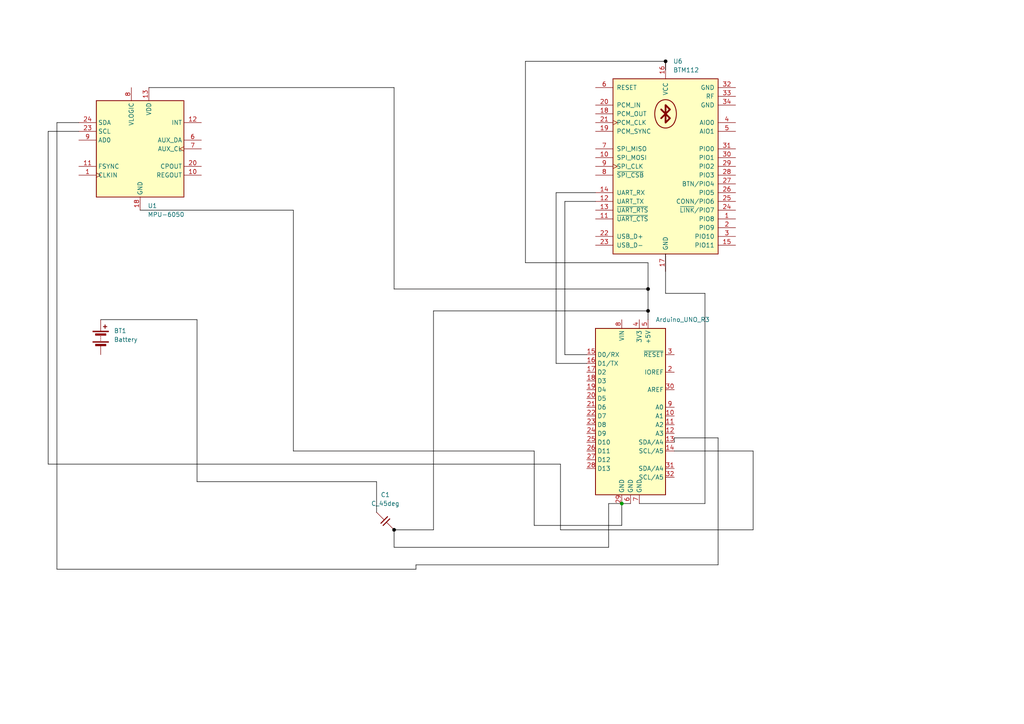
<source format=kicad_sch>
(kicad_sch (version 20231120) (generator "eeschema") (generator_version "8.0")
  (paper "A4")
  (title_block (date "2024-10-17"))
  (lib_symbols
    (symbol "Device:Battery" (pin_numbers hide) (pin_names (offset 0) hide)
      (property "Reference" "BT" (at 2.54 2.54 0))
      (property "Value" "Battery" (at 2.54 0 0))
      (symbol "Battery_0_1"
        (rectangle (start -2.286 -1.27) (end 2.286 -1.524) (fill (type outline)))
        (rectangle (start -2.286 1.778) (end 2.286 1.524) (fill (type outline)))
        (rectangle (start -1.524 -2.032) (end 1.524 -2.54) (fill (type outline)))
        (rectangle (start -1.524 1.016) (end 1.524 0.508) (fill (type outline)))
        (polyline (pts (xy 0 -1.016) (xy 0 -0.762)))
        (polyline (pts (xy 0 -0.508) (xy 0 -0.254)))
        (polyline (pts (xy 0 0) (xy 0 0.254)))
        (polyline (pts (xy 0 1.778) (xy 0 2.54)))
        (polyline (pts (xy 0.762 3.048) (xy 1.778 3.048)) (stroke (width 0.254)))
        (polyline (pts (xy 1.27 3.556) (xy 1.27 2.54)) (stroke (width 0.254)))
      )
      (symbol "Battery_1_1"
        (pin passive line (at 0 5.08 270) (length 2.54) (name "+") (number "1"))
        (pin passive line (at 0 -5.08 90) (length 2.54) (name "-") (number "2"))
      )
    )
    (symbol "Device:C_45deg" (pin_numbers hide) (pin_names (offset 0))
      (property "Reference" "C" (at 3.81 2.54 0))
      (property "Value" "C_45deg" (at 6.35 0 0))
      (symbol "C_45deg_0_1"
        (polyline (pts (xy -2.54 2.54) (xy -0.381 0.381)))
        (polyline (pts (xy 2.54 -2.54) (xy 0.381 -0.381)))
      )
      (symbol "C_45deg_1_1"
        (polyline (pts (xy 0.635 1.27) (xy -1.27 -0.635)) (stroke (width 0.3048)))
        (polyline (pts (xy 1.27 0.635) (xy -0.635 -1.27)) (stroke (width 0.3048)))
        (pin passive line (at 2.54 -2.54 180) (length 0) (name "~") (number "1"))
        (pin passive line (at -2.54 2.54 0) (length 0) (name "~") (number "2"))
      )
    )
    (symbol "MCU_Module:Arduino_UNO_R3"
      (property "Reference" "A" (at -10.16 23.495 0))
      (property "Value" "Arduino_UNO_R3" (at 5.08 -26.67 0))
      (symbol "Arduino_UNO_R3_0_1"
        (rectangle (start -10.16 22.86) (end 10.16 -25.4) (stroke (width 0.254)) (fill (type background)))
      )
      (symbol "Arduino_UNO_R3_1_1"
        (pin no_connect line (at -10.16 -20.32 0) (length 2.54) hide (name "NC") (number "1"))
        (pin bidirectional line (at 12.7 -2.54 180) (length 2.54) (name "A1") (number "10"))
        (pin bidirectional line (at 12.7 -5.08 180) (length 2.54) (name "A2") (number "11"))
        (pin bidirectional line (at 12.7 -7.62 180) (length 2.54) (name "A3") (number "12"))
        (pin bidirectional line (at 12.7 -10.16 180) (length 2.54) (name "SDA/A4") (number "13"))
        (pin bidirectional line (at 12.7 -12.7 180) (length 2.54) (name "SCL/A5") (number "14"))
        (pin bidirectional line (at -12.7 15.24 0) (length 2.54) (name "D0/RX") (number "15"))
        (pin bidirectional line (at -12.7 12.7 0) (length 2.54) (name "D1/TX") (number "16"))
        (pin bidirectional line (at -12.7 10.16 0) (length 2.54) (name "D2") (number "17"))
        (pin bidirectional line (at -12.7 7.62 0) (length 2.54) (name "D3") (number "18"))
        (pin bidirectional line (at -12.7 5.08 0) (length 2.54) (name "D4") (number "19"))
        (pin output line (at 12.7 10.16 180) (length 2.54) (name "IOREF") (number "2"))
        (pin bidirectional line (at -12.7 2.54 0) (length 2.54) (name "D5") (number "20"))
        (pin bidirectional line (at -12.7 0 0) (length 2.54) (name "D6") (number "21"))
        (pin bidirectional line (at -12.7 -2.54 0) (length 2.54) (name "D7") (number "22"))
        (pin bidirectional line (at -12.7 -5.08 0) (length 2.54) (name "D8") (number "23"))
        (pin bidirectional line (at -12.7 -7.62 0) (length 2.54) (name "D9") (number "24"))
        (pin bidirectional line (at -12.7 -10.16 0) (length 2.54) (name "D10") (number "25"))
        (pin bidirectional line (at -12.7 -12.7 0) (length 2.54) (name "D11") (number "26"))
        (pin bidirectional line (at -12.7 -15.24 0) (length 2.54) (name "D12") (number "27"))
        (pin bidirectional line (at -12.7 -17.78 0) (length 2.54) (name "D13") (number "28"))
        (pin power_in line (at -2.54 -27.94 90) (length 2.54) (name "GND") (number "29"))
        (pin input line (at 12.7 15.24 180) (length 2.54) (name "~{RESET}") (number "3"))
        (pin input line (at 12.7 5.08 180) (length 2.54) (name "AREF") (number "30"))
        (pin bidirectional line (at 12.7 -17.78 180) (length 2.54) (name "SDA/A4") (number "31"))
        (pin bidirectional line (at 12.7 -20.32 180) (length 2.54) (name "SCL/A5") (number "32"))
        (pin power_out line (at 2.54 25.4 270) (length 2.54) (name "3V3") (number "4"))
        (pin power_out line (at 5.08 25.4 270) (length 2.54) (name "+5V") (number "5"))
        (pin power_in line (at 0 -27.94 90) (length 2.54) (name "GND") (number "6"))
        (pin power_in line (at 2.54 -27.94 90) (length 2.54) (name "GND") (number "7"))
        (pin power_in line (at -2.54 25.4 270) (length 2.54) (name "VIN") (number "8"))
        (pin bidirectional line (at 12.7 0 180) (length 2.54) (name "A0") (number "9"))
      )
    )
    (symbol "RF_Bluetooth:BTM112" (pin_names (offset 1.016))
      (property "Reference" "U" (at -15.24 29.21 0))
      (property "Value" "BTM112" (at -15.24 26.67 0))
      (symbol "BTM112_0_1"
        (rectangle (start -15.24 25.4) (end 15.24 -25.4) (stroke (width 0.254)) (fill (type background)))
        (arc (start -2.54 12.7) (mid 0 11.1302) (end 2.54 12.7) (stroke (width 0.254)) (fill (type background)))
        (arc (start -2.54 17.78) (mid -3.1396 15.24) (end -2.54 12.7) (stroke (width 0.254)) (fill (type background)))
        (polyline (pts (xy 0 15.24) (xy -1.27 13.97)) (stroke (width 0.508)))
        (polyline (pts (xy 0 15.24) (xy -1.27 16.51)) (stroke (width 0.508)))
        (polyline (pts (xy 0 17.78) (xy 1.27 16.51) (xy 0 15.24) (xy 1.27 13.97) (xy 0 12.7) (xy 0 17.78)) (stroke (width 0.508)))
        (arc (start 2.54 12.7) (mid 3.1396 15.24) (end 2.54 17.78) (stroke (width 0.254)) (fill (type background)))
        (arc (start 2.54 17.78) (mid 0 19.3498) (end -2.54 17.78) (stroke (width 0.254)) (fill (type background)))
      )
      (symbol "BTM112_1_1"
        (pin bidirectional line (at 20.32 -15.24 180) (length 5.08) (name "PIO8") (number "1"))
        (pin input line (at -20.32 2.54 0) (length 5.08) (name "SPI_MOSI") (number "10"))
        (pin input line (at -20.32 -15.24 0) (length 5.08) (name "~{UART_CTS}") (number "11"))
        (pin output line (at -20.32 -10.16 0) (length 5.08) (name "UART_TX") (number "12"))
        (pin output line (at -20.32 -12.7 0) (length 5.08) (name "~{UART_RTS}") (number "13"))
        (pin input line (at -20.32 -7.62 0) (length 5.08) (name "UART_RX") (number "14"))
        (pin bidirectional line (at 20.32 -22.86 180) (length 5.08) (name "PIO11") (number "15"))
        (pin power_in line (at 0 30.48 270) (length 5.08) (name "VCC") (number "16"))
        (pin power_in line (at 0 -30.48 90) (length 5.08) (name "GND") (number "17"))
        (pin output line (at -20.32 15.24 0) (length 5.08) (name "PCM_OUT") (number "18"))
        (pin bidirectional line (at -20.32 10.16 0) (length 5.08) (name "PCM_SYNC") (number "19"))
        (pin bidirectional line (at 20.32 -17.78 180) (length 5.08) (name "PIO9") (number "2"))
        (pin input line (at -20.32 17.78 0) (length 5.08) (name "PCM_IN") (number "20"))
        (pin bidirectional clock (at -20.32 12.7 0) (length 5.08) (name "PCM_CLK") (number "21"))
        (pin bidirectional line (at -20.32 -20.32 0) (length 5.08) (name "USB_D+") (number "22"))
        (pin bidirectional line (at -20.32 -22.86 0) (length 5.08) (name "USB_D-") (number "23"))
        (pin bidirectional line (at 20.32 -12.7 180) (length 5.08) (name "~{LINK}/PIO7") (number "24"))
        (pin bidirectional line (at 20.32 -10.16 180) (length 5.08) (name "CONN/PIO6") (number "25"))
        (pin bidirectional line (at 20.32 -7.62 180) (length 5.08) (name "PIO5") (number "26"))
        (pin bidirectional line (at 20.32 -5.08 180) (length 5.08) (name "BTN/PIO4") (number "27"))
        (pin bidirectional line (at 20.32 -2.54 180) (length 5.08) (name "PIO3") (number "28"))
        (pin bidirectional line (at 20.32 0 180) (length 5.08) (name "PIO2") (number "29"))
        (pin bidirectional line (at 20.32 -20.32 180) (length 5.08) (name "PIO10") (number "3"))
        (pin bidirectional line (at 20.32 2.54 180) (length 5.08) (name "PIO1") (number "30"))
        (pin bidirectional line (at 20.32 5.08 180) (length 5.08) (name "PIO0") (number "31"))
        (pin power_in line (at 20.32 22.86 180) (length 5.08) (name "GND") (number "32"))
        (pin passive line (at 20.32 20.32 180) (length 5.08) (name "RF") (number "33"))
        (pin power_in line (at 20.32 17.78 180) (length 5.08) (name "GND") (number "34"))
        (pin passive line (at 20.32 12.7 180) (length 5.08) (name "AIO0") (number "4"))
        (pin passive line (at 20.32 10.16 180) (length 5.08) (name "AIO1") (number "5"))
        (pin input line (at -20.32 22.86 0) (length 5.08) (name "RESET") (number "6"))
        (pin output line (at -20.32 5.08 0) (length 5.08) (name "SPI_MISO") (number "7"))
        (pin input line (at -20.32 -2.54 0) (length 5.08) (name "~{SPI_CSB}") (number "8"))
        (pin input clock (at -20.32 0 0) (length 5.08) (name "SPI_CLK") (number "9"))
      )
    )
    (symbol "Sensor_Motion:MPU-6050"
      (property "Reference" "U" (at -11.43 13.97 0))
      (property "Value" "MPU-6050" (at 7.62 -15.24 0))
      (symbol "MPU-6050_0_0"
        (text "" (at 12.7 -2.54 0) (effects (font (size 1.27 1.27))))
      )
      (symbol "MPU-6050_0_1"
        (rectangle (start -12.7 13.97) (end 12.7 -13.97) (stroke (width 0.254)) (fill (type background)))
      )
      (symbol "MPU-6050_1_1"
        (pin input clock (at -17.78 -7.62 0) (length 5.08) (name "CLKIN") (number "1"))
        (pin passive line (at 17.78 -7.62 180) (length 5.08) (name "REGOUT") (number "10"))
        (pin input line (at -17.78 -5.08 0) (length 5.08) (name "FSYNC") (number "11"))
        (pin output line (at 17.78 7.62 180) (length 5.08) (name "INT") (number "12"))
        (pin power_in line (at 2.54 17.78 270) (length 3.81) (name "VDD") (number "13"))
        (pin no_connect line (at -12.7 -10.16 0) (length 2.54) hide (name "NC") (number "14"))
        (pin no_connect line (at 12.7 12.7 180) (length 2.54) hide (name "NC") (number "15"))
        (pin no_connect line (at 12.7 10.16 180) (length 2.54) hide (name "NC") (number "16"))
        (pin no_connect line (at 12.7 5.08 180) (length 2.54) hide (name "NC") (number "17"))
        (pin power_in line (at 0 -17.78 90) (length 3.81) (name "GND") (number "18"))
        (pin no_connect line (at 12.7 -10.16 180) (length 2.54) hide (name "RESV") (number "19"))
        (pin no_connect line (at -12.7 12.7 0) (length 2.54) hide (name "NC") (number "2"))
        (pin passive line (at 17.78 -5.08 180) (length 5.08) (name "CPOUT") (number "20"))
        (pin no_connect line (at 12.7 -2.54 180) (length 2.54) hide (name "RESV") (number "21"))
        (pin no_connect line (at 12.7 -12.7 180) (length 2.54) hide (name "RESV") (number "22"))
        (pin input line (at -17.78 5.08 0) (length 5.08) (name "SCL") (number "23"))
        (pin bidirectional line (at -17.78 7.62 0) (length 5.08) (name "SDA") (number "24"))
        (pin no_connect line (at -12.7 10.16 0) (length 2.54) hide (name "NC") (number "3"))
        (pin no_connect line (at -12.7 0 0) (length 2.54) hide (name "NC") (number "4"))
        (pin no_connect line (at -12.7 -2.54 0) (length 2.54) hide (name "NC") (number "5"))
        (pin bidirectional line (at 17.78 2.54 180) (length 5.08) (name "AUX_DA") (number "6"))
        (pin output clock (at 17.78 0 180) (length 5.08) (name "AUX_CL") (number "7"))
        (pin power_in line (at -2.54 17.78 270) (length 3.81) (name "VLOGIC") (number "8"))
        (pin input line (at -17.78 2.54 0) (length 5.08) (name "AD0") (number "9"))
      )
    )
  )
  (junction (at 187.96 90.17) (color 1 0 0 1))
  (junction (at 193.04 17.78) (color 1 0 0 1))
  (junction (at 187.96 83.82) (color 1 0 0 1))
  (junction (at 114.3 153.67) (color 1 0 0 1))
  (junction (at 180.34 146.05))
  (wire (pts (xy 154.94 130.81) (xy 154.94 152.4)) (stroke (width 0) (color 1 0 0 1)))
  (wire (pts (xy 193.04 20.32) (xy 193.04 17.78)) (stroke (width 0) (color 1 0 0 1)))
  (wire (pts (xy 114.3 83.82) (xy 187.96 83.82)) (stroke (width 0) (color 1 0 0 1)))
  (wire (pts (xy 57.15 139.7) (xy 109.22 139.7)) (stroke (width 0) (color 1 0 0 1)))
  (wire (pts (xy 161.29 55.88) (xy 161.29 105.41)) (stroke (width 0) (color 1 0 0 1)))
  (wire (pts (xy 120.65 165.1) (xy 120.65 163.83)) (stroke (width 0) (color 1 0 0 1)))
  (wire (pts (xy 114.3 153.67) (xy 114.3 158.75)) (stroke (width 0) (color 1 0 0 1)))
  (wire (pts (xy 13.97 134.62) (xy 162.56 134.62)) (stroke (width 0) (color 1 0 0 1)))
  (wire (pts (xy 193.04 73.66) (xy 193.04 85.09)) (stroke (width 0) (color 1 0 0 1)))
  (wire (pts (xy 172.72 58.42) (xy 163.83 58.42)) (stroke (width 0) (color 1 0 0 1)))
  (wire (pts (xy 163.83 58.42) (xy 163.83 102.87)) (stroke (width 0) (color 1 0 0 1)))
  (wire (pts (xy 40.64 60.96) (xy 85.09 60.96)) (stroke (width 0) (color 1 0 0 1)))
  (wire (pts (xy 180.34 146.05) (xy 180.34 152.4)) (stroke (width 0) (color 1 0 0 1)))
  (wire (pts (xy 163.83 102.87) (xy 170.18 102.87)) (stroke (width 0) (color 1 0 0 1)))
  (wire (pts (xy 120.65 163.83) (xy 208.28 163.83)) (stroke (width 0) (color 1 0 0 1)))
  (wire (pts (xy 208.28 163.83) (xy 208.28 127)) (stroke (width 0) (color 1 0 0 1)))
  (wire (pts (xy 204.47 85.09) (xy 193.04 85.09)) (stroke (width 0) (color 1 0 0 1)))
  (wire (pts (xy 152.4 76.2) (xy 187.96 76.2)) (stroke (width 0) (color 1 0 0 1)))
  (wire (pts (xy 16.51 165.1) (xy 120.65 165.1)) (stroke (width 0) (color 1 0 0 1)))
  (wire (pts (xy 195.58 127) (xy 195.58 128.27)) (stroke (width 0) (color 1 0 0 1)))
  (wire (pts (xy 154.94 152.4) (xy 180.34 152.4)) (stroke (width 0) (color 1 0 0 1)))
  (wire (pts (xy 152.4 17.78) (xy 152.4 76.2)) (stroke (width 0) (color 1 0 0 1)))
  (wire (pts (xy 85.09 130.81) (xy 154.94 130.81)) (stroke (width 0) (color 1 0 0 1)))
  (wire (pts (xy 208.28 127) (xy 195.58 127)) (stroke (width 0) (color 1 0 0 1)))
  (wire (pts (xy 109.22 139.7) (xy 109.22 148.59)) (stroke (width 0) (color 2 0 0 1)))
  (wire (pts (xy 125.73 90.17) (xy 125.73 153.67)) (stroke (width 0) (color 1 0 0 1)))
  (wire (pts (xy 162.56 153.67) (xy 218.44 153.67)) (stroke (width 0) (color 1 0 0 1)))
  (wire (pts (xy 114.3 25.4) (xy 114.3 83.82)) (stroke (width 0) (color 1 0 0 1)))
  (wire (pts (xy 13.97 38.1) (xy 22.86 38.1)) (stroke (width 0) (color 1 0 0 1)))
  (wire (pts (xy 187.96 76.2) (xy 187.96 83.82)) (stroke (width 0) (color 1 0 0 1)))
  (wire (pts (xy 13.97 38.1) (xy 13.97 134.62)) (stroke (width 0) (color 1 0 0 1)))
  (wire (pts (xy 29.21 92.71) (xy 57.15 92.71)) (stroke (width 0) (color 1 0 0 1)))
  (wire (pts (xy 218.44 130.81) (xy 195.58 130.81)) (stroke (width 0) (color 1 0 0 1)))
  (wire (pts (xy 43.18 25.4) (xy 114.3 25.4)) (stroke (width 0) (color 1 0 0 1)))
  (wire (pts (xy 185.42 146.05) (xy 204.47 146.05)) (stroke (width 0) (color 1 0 0 1)))
  (wire (pts (xy 114.3 158.75) (xy 176.53 158.75)) (stroke (width 0) (color 1 0 0 1)))
  (wire (pts (xy 114.3 153.67) (xy 125.73 153.67)) (stroke (width 0) (color 1 0 0 1)))
  (wire (pts (xy 152.4 17.78) (xy 193.04 17.78)) (stroke (width 0) (color 1 0 0 1)))
  (wire (pts (xy 172.72 55.88) (xy 161.29 55.88)) (stroke (width 0) (color 1 0 0 1)))
  (wire (pts (xy 162.56 134.62) (xy 162.56 153.67)) (stroke (width 0) (color 1 0 0 1)))
  (wire (pts (xy 187.96 83.82) (xy 187.96 90.17)) (stroke (width 0) (color 1 0 0 1)))
  (wire (pts (xy 204.47 146.05) (xy 204.47 85.09)) (stroke (width 0) (color 1 0 0 1)))
  (wire (pts (xy 161.29 105.41) (xy 170.18 105.41)) (stroke (width 0) (color 1 0 0 1)))
  (wire (pts (xy 180.34 146.05) (xy 182.88 146.05)) (stroke (width 0) (color 1 0 0 1)))
  (wire (pts (xy 85.09 60.96) (xy 85.09 130.81)) (stroke (width 0) (color 1 0 0 1)))
  (wire (pts (xy 16.51 35.56) (xy 16.51 165.1)) (stroke (width 0) (color 1 0 0 1)))
  (wire (pts (xy 57.15 92.71) (xy 57.15 139.7)) (stroke (width 0) (color 1 0 0 1)))
  (wire (pts (xy 16.51 35.56) (xy 22.86 35.56)) (stroke (width 0) (color 1 0 0 1)))
  (wire (pts (xy 125.73 90.17) (xy 187.96 90.17)) (stroke (width 0) (color 1 0 0 1)))
  (wire (pts (xy 218.44 130.81) (xy 218.44 153.67)) (stroke (width 0) (color 1 0 0 1)))
  (wire (pts (xy 176.53 146.05) (xy 176.53 158.75)) (stroke (width 0) (color 1 0 0 1)))
  (wire (pts (xy 187.96 90.17) (xy 187.96 92.71)) (stroke (width 0) (color 1 0 0 1)))
  (wire (pts (xy 176.53 146.05) (xy 180.34 146.05)) (stroke (width 0) (color 1 0 0 1)))
  (symbol (lib_id "Device:Battery") (at 29.21 97.79 0) (unit 1)
    (property "Reference" "BT1" (at 33.02 95.9484 0) (effects (justify left)))
    (property "Value" "Battery" (at 33.02 98.4884 0) (effects (justify left)))
    (property "Description" "Multiple-cell battery" (effects (hide yes)))
  )
  (symbol (lib_id "Device:C_45deg") (at 111.76 151.13 0) (unit 1)
    (property "Reference" "C1" (at 111.76 143.51 0))
    (property "Value" "C_45deg" (at 111.76 146.05 0))
    (property "Description" "Unpolarized capacitor, rotated by 45°" (effects (hide yes)))
  )
  (symbol (lib_id "MCU_Module:Arduino_UNO_R3") (at 182.88 118.11 0) (unit 1)
    (property "Reference" "A1" (effects (hide yes)))
    (property "Value" "Arduino_UNO_R3" (at 190.1541 92.71 0) (effects (justify left)))
    (property "Footprint" "Module:Arduino_UNO_R3" (effects (hide yes)))
    (property "Datasheet" "https://www.arduino.cc/en/Main/arduinoBoardUno" (effects (hide yes)))
    (property "Description" "Arduino UNO Microcontroller Module, release 3" (effects (hide yes)))
  )
  (symbol (lib_id "Sensor_Motion:MPU-6050") (at 40.64 43.18 0) (unit 1)
    (property "Reference" "U1" (at 42.8341 59.69 0) (effects (justify left)))
    (property "Value" "MPU-6050" (at 42.8341 62.23 0) (effects (justify left)))
    (property "Footprint" "Sensor_Motion:InvenSense_QFN-24_4x4mm_P0.5mm" (effects (hide yes)))
    (property "Datasheet" "https://invensense.tdk.com/wp-content/uploads/2015/02/MPU-6000-Datasheet1.pdf" (effects (hide yes)))
    (property "Description" "InvenSense 6-Axis Motion Sensor, Gyroscope, Accelerometer, I2C" (effects (hide yes)))
  )
  (symbol (lib_id "RF_Bluetooth:BTM112") (at 193.04 48.26 0) (unit 1)
    (property "Reference" "U6" (at 195.2341 17.78 0) (effects (justify left)))
    (property "Value" "BTM112" (at 195.2341 20.32 0) (effects (justify left)))
    (property "Datasheet" "https://www.sparkfun.com/datasheets/Wireless/Bluetooth/BTM112_wATcommands.pdf" (effects (hide yes)))
    (property "Description" "Bluetooth SPP Module, UART, Class 2" (effects (hide yes)))
  )
)
</source>
